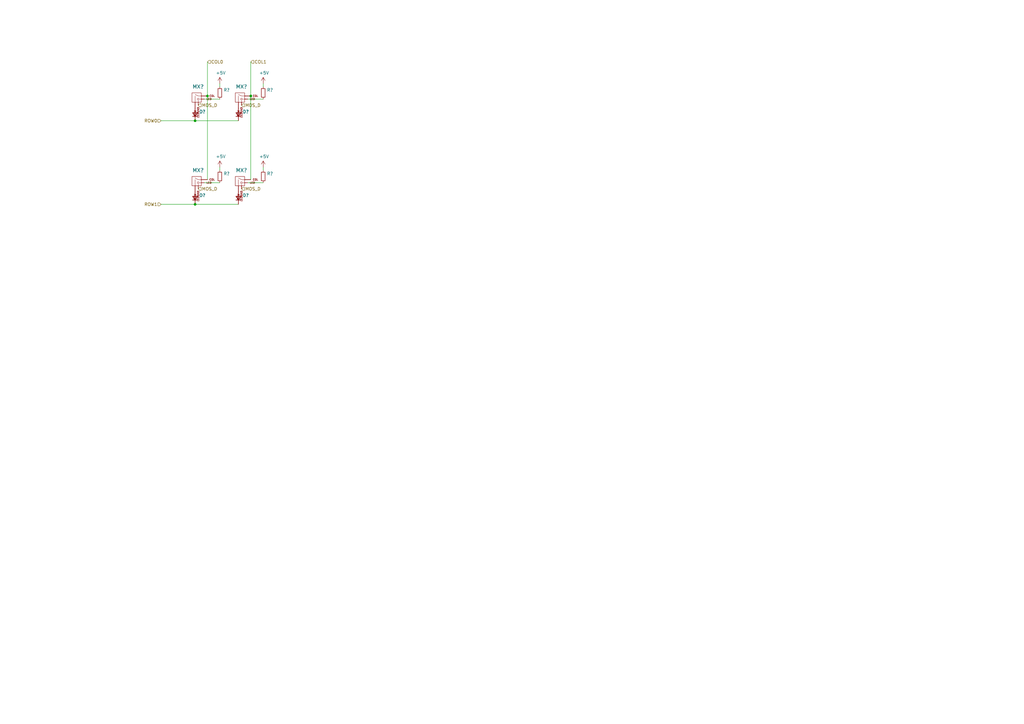
<source format=kicad_sch>
(kicad_sch (version 20211123) (generator eeschema)
  (paper "A3")
  (lib_symbols
    (symbol "Device:D_Small" (pin_numbers hide) (pin_names (offset 0.254) hide)
      (property "Reference" "D" (at -1.27 2.032 0))
      (property "Value" "D_Small" (at -3.81 -2.032 0))
      (symbol "D_Small_0_1"
        (polyline (pts (xy -0.762 -1.016) (xy -0.762 1.016)) (stroke (width 0.254)))
        (polyline (pts (xy -0.762 0) (xy 0.762 0)))
        (polyline (pts (xy 0.762 -1.016) (xy -0.762 0) (xy 0.762 1.016) (xy 0.762 -1.016)) (stroke (width 0.254)))
      )
      (symbol "D_Small_1_1"
        (pin passive line (at -2.54 0 0) (length 1.778) (name "K") (number "1"))
        (pin passive line (at 2.54 0 180) (length 1.778) (name "A") (number "2"))
      )
    )
    (symbol "Device:R_Small" (pin_numbers hide) (pin_names (offset 0.254) hide)
      (property "Reference" "R" (at 0.762 0.508 0))
      (property "Value" "R_Small" (at 0.762 -1.016 0))
      (symbol "R_Small_0_1"
        (rectangle (start -0.762 1.778) (end 0.762 -1.778) (stroke (width 0.2032)))
      )
      (symbol "R_Small_1_1"
        (pin passive line (at 0 2.54 270) (length 0.762) (name "~") (number "1"))
        (pin passive line (at 0 -2.54 90) (length 0.762) (name "~") (number "2"))
      )
    )
    (symbol "MX_Alps_Hybrid:MX-LED" (pin_names (offset 1.016))
      (property "Reference" "MX" (at -0.635 3.81 0))
      (property "Value" "MX-LED" (at -0.635 1.27 0))
      (symbol "MX-LED_0_0"
        (rectangle (start -2.54 2.54) (end 1.27 -1.27))
        (polyline (pts (xy -1.27 -1.27) (xy -1.27 1.27)) (stroke (width 0.127)))
        (polyline (pts (xy 0 -1.27) (xy 0 -0.635)) (stroke (width 0.127)))
        (polyline (pts (xy 1.27 0) (xy 0.635 0)) (stroke (width 0.127)))
        (polyline (pts (xy 1.27 1.27) (xy 0 1.27) (xy -1.27 1.905)) (stroke (width 0.127)))
        (circle (center 0 0) (radius 0.3556) (stroke (width 0.127)))
        (text "COL" (at 5.715 1.27 0) (effects (font (size 0.762 0.762) bold)))
        (text "LED" (at 4.445 0 0) (effects (font (size 0.762 0.762))))
        (text "ROW" (at -1.27 -4.445 900) (effects (font (size 0.762 0.762)) (justify right)))
      )
      (symbol "MX-LED_1_0"
        (text "LEDGND" (at 0 -3.175 900) (effects (font (size 0.762 0.762)) (justify right)))
      )
      (symbol "MX-LED_1_1"
        (pin passive line (at 3.81 1.27 180) (length 2.54) (name "COL") (number "1"))
        (pin passive line (at -1.27 -3.81 90) (length 2.54) (name "ROW") (number "2"))
        (pin input line (at 2.54 0 180) (length 1.27) (name "LED") (number "3"))
        (pin passive line (at 0 -2.54 90) (length 1.27) (name "LEDGND") (number "4"))
      )
    )
    (symbol "power:+5V" (power) (pin_names (offset 0))
      (property "Value" "+5V" (at 0 3.556 0))
      (symbol "+5V_0_1"
        (polyline (pts (xy -0.762 1.27) (xy 0 2.54)))
        (polyline (pts (xy 0 0) (xy 0 2.54)))
        (polyline (pts (xy 0 2.54) (xy 0.762 1.27)))
      )
      (symbol "+5V_1_1"
        (pin power_in line (at 0 0 90) (length 0) hide (name "+5V") (number "1"))
      )
    )
  )
  (junction (at 102.87 39.37))
  (junction (at 80.01 49.53))
  (junction (at 85.09 39.37))
  (junction (at 80.01 83.82))
  (wire (pts (xy 90.17 34.29) (xy 90.17 35.56)))
  (wire (pts (xy 102.87 39.37) (xy 102.87 25.4)))
  (wire (pts (xy 80.01 83.82) (xy 66.04 83.82)))
  (wire (pts (xy 85.09 39.37) (xy 85.09 25.4)))
  (wire (pts (xy 83.82 40.64) (xy 90.17 40.64)))
  (wire (pts (xy 85.09 39.37) (xy 85.09 73.66)))
  (wire (pts (xy 101.6 74.93) (xy 107.95 74.93)))
  (wire (pts (xy 83.82 74.93) (xy 90.17 74.93)))
  (wire (pts (xy 107.95 34.29) (xy 107.95 35.56)))
  (wire (pts (xy 80.01 49.53) (xy 66.04 49.53)))
  (wire (pts (xy 90.17 68.58) (xy 90.17 69.85)))
  (wire (pts (xy 107.95 68.58) (xy 107.95 69.85)))
  (wire (pts (xy 102.87 39.37) (xy 102.87 73.66)))
  (wire (pts (xy 97.79 49.53) (xy 80.01 49.53)))
  (wire (pts (xy 97.79 83.82) (xy 80.01 83.82)))
  (wire (pts (xy 101.6 40.64) (xy 107.95 40.64)))
  (hierarchical_label "COL0" (shape input) (at 85.09 25.4 0))
  (hierarchical_label "ROW0" (shape input) (at 66.04 49.53 180))
  (hierarchical_label "ROW1" (shape input) (at 66.04 83.82 180))
  (hierarchical_label "MOS_D" (shape input) (at 81.28 43.18 0))
  (hierarchical_label "MOS_D" (shape input) (at 99.06 43.18 0))
  (hierarchical_label "MOS_D" (shape input) (at 81.28 77.47 0))
  (hierarchical_label "COL1" (shape input) (at 102.87 25.4 0))
  (hierarchical_label "MOS_D" (shape input) (at 99.06 77.47 0))
  (symbol (lib_id "MX_Alps_Hybrid:MX-LED") (at 81.28 40.64 0) (unit 1)
    (property "Reference" "MX?" (at 81.28 35.56 0) (effects (font (size 1.524 1.524))))
  )
  (symbol (lib_id "Device:R_Small") (at 90.17 38.1 0) (unit 1)
    (property "Reference" "R?" (at 91.6686 36.9316 0) (effects (justify left)))
  )
  (symbol (lib_id "power:+5V") (at 90.17 34.29 0) (unit 1)
    (property "Reference" "#PWR?" (effects hide))
  )
  (symbol (lib_id "MX_Alps_Hybrid:MX-LED") (at 99.06 40.64 0) (unit 1)
    (property "Reference" "MX?" (at 99.06 35.56 0) (effects (font (size 1.524 1.524))))
  )
  (symbol (lib_id "Device:R_Small") (at 107.95 38.1 0) (unit 1)
    (property "Reference" "R?" (at 109.4486 36.9316 0) (effects (justify left)))
  )
  (symbol (lib_id "power:+5V") (at 107.95 34.29 0) (unit 1)
    (property "Reference" "#PWR?" (effects hide))
  )
  (symbol (lib_id "MX_Alps_Hybrid:MX-LED") (at 81.28 74.93 0) (unit 1)
    (property "Reference" "MX?" (at 81.28 69.85 0) (effects (font (size 1.524 1.524))))
  )
  (symbol (lib_id "Device:R_Small") (at 90.17 72.39 0) (unit 1)
    (property "Reference" "R?" (at 91.6686 71.2216 0) (effects (justify left)))
  )
  (symbol (lib_id "power:+5V") (at 90.17 68.58 0) (unit 1)
    (property "Reference" "#PWR?" (effects hide))
  )
  (symbol (lib_id "MX_Alps_Hybrid:MX-LED") (at 99.06 74.93 0) (unit 1)
    (property "Reference" "MX?" (at 99.06 69.85 0) (effects (font (size 1.524 1.524))))
  )
  (symbol (lib_id "Device:R_Small") (at 107.95 72.39 0) (unit 1)
    (property "Reference" "R?" (at 109.4486 71.2216 0) (effects (justify left)))
  )
  (symbol (lib_id "power:+5V") (at 107.95 68.58 0) (unit 1)
    (property "Reference" "#PWR?" (effects hide))
  )
  (symbol (lib_id "Device:D_Small") (at 80.01 81.28 90) (unit 1)
    (property "Reference" "D?" (at 81.7372 80.1116 90) (effects (justify right)))
  )
  (symbol (lib_id "Device:D_Small") (at 97.79 81.28 90) (unit 1)
    (property "Reference" "D?" (at 99.5172 80.1116 90) (effects (justify right)))
  )
  (symbol (lib_id "Device:D_Small") (at 80.01 46.99 90) (unit 1)
    (property "Reference" "D?" (at 81.7372 45.8216 90) (effects (justify right)))
  )
  (symbol (lib_id "Device:D_Small") (at 97.79 46.99 90) (unit 1)
    (property "Reference" "D?" (at 99.5172 45.8216 90) (effects (justify right)))
  )
)
</source>
